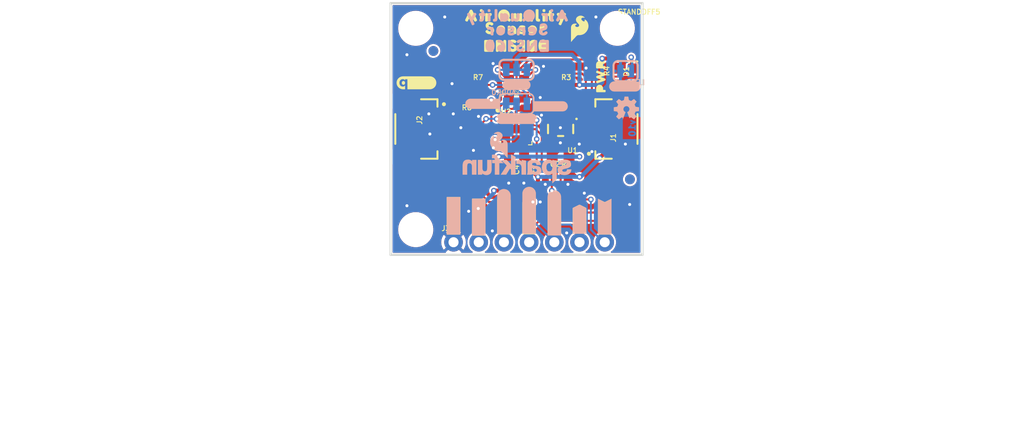
<source format=kicad_pcb>
(kicad_pcb (version 20211014) (generator pcbnew)
  (layers (0 "F.Cu" signal) (31 "B.Cu" signal) (34 "B.Paste" user) (35 "F.Paste" user) (36 "B.SilkS" user "B.Silkscreen") (37 "F.SilkS" user "F.Silkscreen") (38 "B.Mask" user) (39 "F.Mask" user) (44 "Edge.Cuts" user))
  (net 0 "")
  (net 1 "GND")
  (net 2 "3.3V")
  (net 3 "N$5")
  (net 4 "N$6")
  (net 5 "N$2")
  (net 6 "N$3")
  (net 7 "~{INT}")
  (net 8 "1.8V")
  (net 9 "N$1")
  (net 10 "POCI/ADDR")
  (net 11 "SCLK/SCL")
  (net 12 "PICO/SDA")
  (net 13 "~{CS}")
  (net 14 "N$4")
  (net 15 "N$7")
  (footprint "eagleBoard:0603" (layer "F.Cu") (at 149.2631 108.5596 -90)
    (fp_text reference "C3" (at 0 -0.762 90) (layer "F.SilkS") (effects (font (size 0.512064 0.512064) (thickness 0.097536)) (justify right)))
    (fp_text value "0.1uF")
    (pad "1" smd roundrect (at -0.85 0 270) (size 1.1 1) (layers "F.Cu" "F.Paste" "F.Mask") (roundrect_rratio 0.0508) (net 2 "3.3V"))
    (pad "2" smd roundrect (at 0.85 0 270) (size 1.1 1) (layers "F.Cu" "F.Paste" "F.Mask") (roundrect_rratio 0.0508) (net 1 "GND"))
  )
  (footprint "eagleBoard:AIR_QUALITY441014" (layer "F.Cu") (at 148.5011 93.5736)
    (fp_text reference "U$17" hide)
    (fp_text value "" hide)
  )
  (footprint "eagleBoard:#SDA#5" (layer "F.Cu") (at 147.2311 113.7666 90)
    (fp_text reference "U$3" hide)
    (fp_text value "" hide)
  )
  (footprint "eagleBoard:SENSOR441015" (layer "F.Cu") (at 148.5011 94.8436)
    (fp_text reference "U$19" hide)
    (fp_text value "" hide)
  )
  (footprint "eagleBoard:JST04_1MM_RA" (layer "F.Cu") (at 140.8811 105.0036 -90)
    (fp_text reference "J2" (at -1.397 2.159 90) (layer "F.SilkS") (effects (font (size 0.512064 0.512064) (thickness 0.097536)) (justify right)))
    (fp_text value "QWIIC_RIGHT_ANGLE")
    (pad "1" smd roundrect (at -1.5 0 270) (size 0.6 1.35) (layers "F.Cu" "F.Paste" "F.Mask") (roundrect_rratio 0.08466666667) (net 1 "GND"))
    (pad "2" smd roundrect (at -0.5 0 270) (size 0.6 1.35) (layers "F.Cu" "F.Paste" "F.Mask") (roundrect_rratio 0.08466666667) (net 2 "3.3V"))
    (pad "3" smd roundrect (at 0.5 0 270) (size 0.6 1.35) (layers "F.Cu" "F.Paste" "F.Mask") (roundrect_rratio 0.08466666667) (net 12 "PICO/SDA"))
    (pad "4" smd roundrect (at 1.5 0 270) (size 0.6 1.35) (layers "F.Cu" "F.Paste" "F.Mask") (roundrect_rratio 0.08466666667) (net 11 "SCLK/SCL"))
    (pad "NC1" smd roundrect (at 2.8 3.675 270) (size 1.2 2) (layers "F.Cu" "F.Paste" "F.Mask") (roundrect_rratio 0.04233333333))
    (pad "NC2" smd roundrect (at -2.8 3.675 270) (size 1.2 2) (layers "F.Cu" "F.Paste" "F.Mask") (roundrect_rratio 0.04233333333))
  )
  (footprint "eagleBoard:FIDUCIAL-1X2" (layer "F.Cu") (at 159.9311 110.0836)
    (fp_text reference "FD4" hide)
    (fp_text value "FIDUCIAL1X2" hide)
    (pad "1" smd roundrect (at 0 0) (size 1 1) (layers "F.Cu" "F.Mask") (roundrect_rratio 0.5))
  )
  (footprint "eagleBoard:0603" (layer "F.Cu") (at 152.9461 102.0826 180)
    (fp_text reference "C1" (at 0 -0.762) (layer "F.SilkS") (effects (font (size 0.512064 0.512064) (thickness 0.097536)) (justify right)))
    (fp_text value "1.0uF")
    (pad "1" smd roundrect (at -0.85 0 180) (size 1.1 1) (layers "F.Cu" "F.Paste" "F.Mask") (roundrect_rratio 0.0508) (net 2 "3.3V"))
    (pad "2" smd roundrect (at 0.85 0 180) (size 1.1 1) (layers "F.Cu" "F.Paste" "F.Mask") (roundrect_rratio 0.0508) (net 1 "GND"))
  )
  (footprint "eagleBoard:#3V3#4" (layer "F.Cu") (at 144.6911 113.8936 90)
    (fp_text reference "U$2" hide)
    (fp_text value "" hide)
  )
  (footprint "eagleBoard:#ADR#441018" (layer "F.Cu") (at 152.3111 113.7666 90)
    (fp_text reference "U$8" hide)
    (fp_text value "" hide)
  )
  (footprint "eagleBoard:0603" (layer "F.Cu") (at 147.7391 100.9396 90)
    (fp_text reference "R1" (at -0.889 -0.762 90) (layer "F.SilkS") (effects (font (size 0.367386 0.367386) (thickness 0.039014)) (justify left)))
    (fp_text value "2.2k")
    (pad "1" smd roundrect (at -0.85 0 90) (size 1.1 1) (layers "F.Cu" "F.Paste" "F.Mask") (roundrect_rratio 0.0508) (net 11 "SCLK/SCL"))
    (pad "2" smd roundrect (at 0.85 0 90) (size 1.1 1) (layers "F.Cu" "F.Paste" "F.Mask") (roundrect_rratio 0.0508) (net 3 "N$5"))
  )
  (footprint "eagleBoard:0603" (layer "F.Cu") (at 144.0561 102.0826 180)
    (fp_text reference "R8" (at 0 -0.762) (layer "F.SilkS") (effects (font (size 0.512064 0.512064) (thickness 0.097536)) (justify right)))
    (fp_text value "10k")
    (pad "1" smd roundrect (at -0.85 0 180) (size 1.1 1) (layers "F.Cu" "F.Paste" "F.Mask") (roundrect_rratio 0.0508) (net 14 "N$4"))
    (pad "2" smd roundrect (at 0.85 0 180) (size 1.1 1) (layers "F.Cu" "F.Paste" "F.Mask") (roundrect_rratio 0.0508) (net 2 "3.3V"))
  )
  (footprint "eagleBoard:0603" (layer "F.Cu") (at 149.2631 100.9396 90)
    (fp_text reference "R2" (at -0.889 -0.762 90) (layer "F.SilkS") (effects (font (size 0.367386 0.367386) (thickness 0.039014)) (justify left)))
    (fp_text value "2.2k")
    (pad "1" smd roundrect (at -0.85 0 90) (size 1.1 1) (layers "F.Cu" "F.Paste" "F.Mask") (roundrect_rratio 0.0508) (net 12 "PICO/SDA"))
    (pad "2" smd roundrect (at 0.85 0 90) (size 1.1 1) (layers "F.Cu" "F.Paste" "F.Mask") (roundrect_rratio 0.0508) (net 4 "N$6"))
  )
  (footprint "eagleBoard:PWR9" (layer "F.Cu") (at 157.0101 99.6696 90)
    (fp_text reference "U$21" hide)
    (fp_text value "" hide)
  )
  (footprint "eagleBoard:JST04_1MM_RA" (layer "F.Cu") (at 156.0957 105.0036 90)
    (fp_text reference "J1" (at -1.397 2.159 90) (layer "F.SilkS") (effects (font (size 0.512064 0.512064) (thickness 0.097536)) (justify left)))
    (fp_text value "QWIIC_RIGHT_ANGLE")
    (pad "1" smd roundrect (at -1.5 0 90) (size 0.6 1.35) (layers "F.Cu" "F.Paste" "F.Mask") (roundrect_rratio 0.08466666667) (net 1 "GND"))
    (pad "2" smd roundrect (at -0.5 0 90) (size 0.6 1.35) (layers "F.Cu" "F.Paste" "F.Mask") (roundrect_rratio 0.08466666667) (net 2 "3.3V"))
    (pad "3" smd roundrect (at 0.5 0 90) (size 0.6 1.35) (layers "F.Cu" "F.Paste" "F.Mask") (roundrect_rratio 0.08466666667) (net 12 "PICO/SDA"))
    (pad "4" smd roundrect (at 1.5 0 90) (size 0.6 1.35) (layers "F.Cu" "F.Paste" "F.Mask") (roundrect_rratio 0.08466666667) (net 11 "SCLK/SCL"))
    (pad "NC1" smd roundrect (at 2.8 3.675 90) (size 1.2 2) (layers "F.Cu" "F.Paste" "F.Mask") (roundrect_rratio 0.04233333333))
    (pad "NC2" smd roundrect (at -2.8 3.675 90) (size 1.2 2) (layers "F.Cu" "F.Paste" "F.Mask") (roundrect_rratio 0.04233333333))
  )
  (footprint "eagleBoard:##INT##6" (layer "F.Cu") (at 157.3911 114.0206 90)
    (fp_text reference "U$18" hide)
    (fp_text value "" hide)
  )
  (footprint "eagleBoard:STAND-OFF-TIGHT" (layer "F.Cu") (at 158.6611 94.8436)
    (fp_text reference "STANDOFF5" (at 0 -1.651) (layer "F.SilkS") (effects (font (size 0.512064 0.512064) (thickness 0.097536)) (justify left)))
    (fp_text value "STAND-OFFTIGHT")
    (pad "" np_thru_hole circle (at 0 0) (size 3.048 3.048) (drill 3.048) (layers *.Cu *.Mask))
  )
  (footprint "eagleBoard:SFE_LOGO_FLAME_.1" (layer "F.Cu") (at 154.8511 94.8436)
    (fp_text reference "U$20" hide)
    (fp_text value "" hide)
  )
  (footprint "eagleBoard:0603" (layer "F.Cu") (at 144.0561 100.5586)
    (fp_text reference "R7" (at 0 -0.762) (layer "F.SilkS") (effects (font (size 0.512064 0.512064) (thickness 0.097536)) (justify left)))
    (fp_text value "10k")
    (pad "1" smd roundrect (at -0.85 0) (size 1.1 1) (layers "F.Cu" "F.Paste" "F.Mask") (roundrect_rratio 0.0508) (net 1 "GND"))
    (pad "2" smd roundrect (at 0.85 0) (size 1.1 1) (layers "F.Cu" "F.Paste" "F.Mask") (roundrect_rratio 0.0508) (net 15 "N$7"))
  )
  (footprint "eagleBoard:CREATIVE_COMMONS" (layer "F.Cu") (at 116.7511 134.2136)
    (fp_text reference "FRAME1" hide)
    (fp_text value "FRAME-LETTER" hide)
  )
  (footprint "eagleBoard:1X07_NO_SILK" (layer "F.Cu") (at 142.1511 116.4336)
    (fp_text reference "J3" (at -1.27 -1.397) (layer "F.SilkS") (effects (font (size 0.512064 0.512064) (thickness 0.097536)) (justify left)))
    (fp_text value "")
    (pad "1" thru_hole circle (at 0 0 90) (size 1.8796 1.8796) (drill 1.016) (layers *.Cu *.Mask) (net 1 "GND"))
    (pad "2" thru_hole circle (at 2.54 0 90) (size 1.8796 1.8796) (drill 1.016) (layers *.Cu *.Mask) (net 2 "3.3V"))
    (pad "3" thru_hole circle (at 5.08 0 90) (size 1.8796 1.8796) (drill 1.016) (layers *.Cu *.Mask) (net 12 "PICO/SDA"))
    (pad "4" thru_hole circle (at 7.62 0 90) (size 1.8796 1.8796) (drill 1.016) (layers *.Cu *.Mask) (net 11 "SCLK/SCL"))
    (pad "5" thru_hole circle (at 10.16 0 90) (size 1.8796 1.8796) (drill 1.016) (layers *.Cu *.Mask) (net 10 "POCI/ADDR"))
    (pad "6" thru_hole circle (at 12.7 0 90) (size 1.8796 1.8796) (drill 1.016) (layers *.Cu *.Mask) (net 13 "~{CS}"))
    (pad "7" thru_hole circle (at 15.24 0 90) (size 1.8796 1.8796) (drill 1.016) (layers *.Cu *.Mask) (net 7 "~{INT}"))
  )
  (footprint "eagleBoard:SOT23-5" (layer "F.Cu") (at 152.9461 105.0036 180)
    (fp_text reference "U1" (at -1.778 -2.159) (layer "F.SilkS") (effects (font (size 0.512064 0.512064) (thickness 0.097536)) (justify right)))
    (fp_text value "AP2127K-1.8V")
    (pad "1" smd roundrect (at -0.95 1.3001 180) (size 0.55 1.2) (layers "F.Cu" "F.Paste" "F.Mask") (roundrect_rratio 0.09236363636) (net 2 "3.3V"))
    (pad "2" smd roundrect (at 0 1.3001 180) (size 0.55 1.2) (layers "F.Cu" "F.Paste" "F.Mask") (roundrect_rratio 0.09236363636) (net 1 "GND"))
    (pad "3" smd roundrect (at 0.95 1.3001 180) (size 0.55 1.2) (layers "F.Cu" "F.Paste" "F.Mask") (roundrect_rratio 0.09236363636) (net 9 "N$1"))
    (pad "4" smd roundrect (at 0.95 -1.3001 180) (size 0.55 1.2) (layers "F.Cu" "F.Paste" "F.Mask") (roundrect_rratio 0.09236363636))
    (pad "5" smd roundrect (at -0.95 -1.3001 180) (size 0.55 1.2) (layers "F.Cu" "F.Paste" "F.Mask") (roundrect_rratio 0.09236363636) (net 8 "1.8V"))
  )
  (footprint "eagleBoard:#GND#3" (layer "F.Cu") (at 142.1511 113.7666 90)
    (fp_text reference "U$1" hide)
    (fp_text value "" hide)
  )
  (footprint "eagleBoard:0603" (layer "F.Cu") (at 158.3563 99.7204 90)
    (fp_text reference "R4" (at 0 -0.762 90) (layer "F.SilkS") (effects (font (size 0.512064 0.512064) (thickness 0.097536)) (justify left)))
    (fp_text value "1k")
    (pad "1" smd roundrect (at -0.85 0 90) (size 1.1 1) (layers "F.Cu" "F.Paste" "F.Mask") (roundrect_rratio 0.0508) (net 5 "N$2"))
    (pad "2" smd roundrect (at 0.85 0 90) (size 1.1 1) (layers "F.Cu" "F.Paste" "F.Mask") (roundrect_rratio 0.0508) (net 2 "3.3V"))
  )
  (footprint "eagleBoard:LGA-9" (layer "F.Cu") (at 148.5011 105.0036)
    (fp_text reference "U2" (at -1.6256 -1.7272) (layer "F.SilkS") (effects (font (size 0.512064 0.512064) (thickness 0.097536)) (justify left)))
    (fp_text value "ENS-160")
    (pad "P1" smd roundrect (at -1.085 -1.03) (size 0.9 0.85) (layers "F.Cu") (roundrect_rratio 0.05976470588) (net 12 "PICO/SDA"))
    (pad "P2" smd roundrect (at -1.085 0.02) (size 0.9 0.85) (layers "F.Cu") (roundrect_rratio 0.05976470588) (net 11 "SCLK/SCL"))
    (pad "P3" smd roundrect (at -1.085 1.07) (size 0.9 0.85) (layers "F.Cu") (roundrect_rratio 0.05976470588) (net 10 "POCI/ADDR"))
    (pad "P4" smd roundrect (at -0.035 1.07) (size 0.9 0.85) (layers "F.Cu") (roundrect_rratio 0.05976470588) (net 8 "1.8V"))
    (pad "P5" smd roundrect (at 1.015 1.07) (size 0.9 0.85) (layers "F.Cu") (roundrect_rratio 0.05976470588) (net 2 "3.3V"))
    (pad "P6" smd roundrect (at 1.015 0.02) (size 0.9 0.85) (layers "F.Cu") (roundrect_rratio 0.05976470588) (net 7 "~{INT}"))
    (pad "P7" smd roundrect (at 1.015 -1.03) (size 0.9 0.85) (layers "F.Cu") (roundrect_rratio 0.05976470588) (net 13 "~{CS}"))
    (pad "P8" smd roundrect (at -0.035 -1.03) (size 0.9 0.85) (layers "F.Cu") (roundrect_rratio 0.05976470588) (net 1 "GND"))
    (pad "P9" smd roundrect (at -0.035 0.02) (size 0.9 0.85) (layers "F.Cu") (roundrect_rratio 0.05976470588) (net 1 "GND"))
  )
  (footprint "eagleBoard:ENS16016" (layer "F.Cu") (at 148.5011 96.6216)
    (fp_text reference "U$28" hide)
    (fp_text value "" hide)
  )
  (footprint "eagleBoard:QWIIC_4MM" (layer "F.Cu") (at 138.4173 100.3554)
    (fp_text reference "LOGO4" hide)
    (fp_text value "QWIIC_LOGO_4MM" hide)
  )
  (footprint "eagleBoard:STAND-OFF-TIGHT" (layer "F.Cu") (at 138.3411 94.8436)
    (fp_text reference "STANDOFF1" hide)
    (fp_text value "STAND-OFFTIGHT" hide)
    (pad "" np_thru_hole circle (at 0 0) (size 3.048 3.048) (drill 3.048) (layers *.Cu *.Mask))
  )
  (footprint "eagleBoard:0603" (layer "F.Cu") (at 152.9461 109.3216)
    (fp_text reference "R6" (at 0 -0.762) (layer "F.SilkS") (effects (font (size 0.512064 0.512064) (thickness 0.097536)) (justify left)))
    (fp_text value "10k")
    (pad "1" smd roundrect (at -0.85 0) (size 1.1 1) (layers "F.Cu" "F.Paste" "F.Mask") (roundrect_rratio 0.0508) (net 13 "~{CS}"))
    (pad "2" smd roundrect (at 0.85 0) (size 1.1 1) (layers "F.Cu" "F.Paste" "F.Mask") (roundrect_rratio 0.0508) (net 2 "3.3V"))
  )
  (footprint "eagleBoard:#SCL#4" (layer "F.Cu") (at 149.7711 113.8936 90)
    (fp_text reference "U$4" hide)
    (fp_text value "" hide)
  )
  (footprint "eagleBoard:LED-0603" (layer "F.Cu") (at 160.2105 99.7712 90)
    (fp_text reference "D1" (at 0 -0.635 90) (layer "F.SilkS") (effects (font (size 0.512064 0.512064) (thickness 0.097536)) (justify left)))
    (fp_text value "RED")
    (pad "A" smd roundrect (at -0.877 0) (size 1 1) (layers "F.Cu" "F.Paste" "F.Mask") (roundrect_rratio 0.15) (net 5 "N$2"))
    (pad "C" smd roundrect (at 0.877 0) (size 1 1) (layers "F.Cu" "F.Paste" "F.Mask") (roundrect_rratio 0.15) (net 6 "N$3"))
  )
  (footprint "eagleBoard:0603" (layer "F.Cu") (at 152.9461 100.5586)
    (fp_text reference "R3" (at 0 -0.762) (layer "F.SilkS") (effects (font (size 0.512064 0.512064) (thickness 0.097536)) (justify left)))
    (fp_text value "10k")
    (pad "1" smd roundrect (at -0.85 0) (size 1.1 1) (layers "F.Cu" "F.Paste" "F.Mask") (roundrect_rratio 0.0508) (net 9 "N$1"))
    (pad "2" smd roundrect (at 0.85 0) (size 1.1 1) (layers "F.Cu" "F.Paste" "F.Mask") (roundrect_rratio 0.0508) (net 2 "3.3V"))
  )
  (footprint "eagleBoard:STAND-OFF-TIGHT" (layer "F.Cu") (at 138.3411 115.1636)
    (fp_text reference "STANDOFF2" hide)
    (fp_text value "STAND-OFFTIGHT" hide)
    (pad "" np_thru_hole circle (at 0 0) (size 3.048 3.048) (drill 3.048) (layers *.Cu *.Mask))
  )
  (footprint "eagleBoard:0603" (layer "F.Cu") (at 147.7391 108.5596 -90)
    (fp_text reference "C4" (at 0 -0.762 90) (layer "F.SilkS") (effects (font (size 0.512064 0.512064) (thickness 0.097536)) (justify right)))
    (fp_text value "10uF")
    (pad "1" smd roundrect (at -0.85 0 270) (size 1.1 1) (layers "F.Cu" "F.Paste" "F.Mask") (roundrect_rratio 0.0508) (net 8 "1.8V"))
    (pad "2" smd roundrect (at 0.85 0 270) (size 1.1 1) (layers "F.Cu" "F.Paste" "F.Mask") (roundrect_rratio 0.0508) (net 1 "GND"))
  )
  (footprint "eagleBoard:##CS##441016" (layer "F.Cu") (at 154.8511 114.2746 90)
    (fp_text reference "U$27" hide)
    (fp_text value "" hide)
  )
  (footprint "eagleBoard:FIDUCIAL-1X2" (layer "F.Cu") (at 140.1191 97.1296)
    (fp_text reference "FD3" hide)
    (fp_text value "FIDUCIAL1X2" hide)
    (pad "1" smd roundrect (at 0 0) (size 1 1) (layers "F.Cu" "F.Mask") (roundrect_rratio 0.5))
  )
  (footprint "eagleBoard:0603" (layer "F.Cu") (at 152.9461 107.7976 180)
    (fp_text reference "C2" (at 0 -0.762) (layer "F.SilkS") (effects (font (size 0.512064 0.512064) (thickness 0.097536)) (justify right)))
    (fp_text value "1.0uF")
    (pad "1" smd roundrect (at -0.85 0 180) (size 1.1 1) (layers "F.Cu" "F.Paste" "F.Mask") (roundrect_rratio 0.0508) (net 8 "1.8V"))
    (pad "2" smd roundrect (at 0.85 0 180) (size 1.1 1) (layers "F.Cu" "F.Paste" "F.Mask") (roundrect_rratio 0.0508) (net 1 "GND"))
  )
  (footprint "eagleBoard:FIDUCIAL-1X2" (layer "B.Cu") (at 159.9311 110.0836 180)
    (fp_text reference "FD2" hide)
    (fp_text value "FIDUCIAL1X2" hide)
    (pad "1" smd roundrect (at 0 0 180) (size 1 1) (layers "B.Cu" "B.Mask") (roundrect_rratio 0.5))
  )
  (footprint "eagleBoard:OSHW-LOGO-MINI" (layer "B.Cu") (at 159.5755 102.99065 180)
    (fp_text reference "LOGO2" hide)
    (fp_text value "OSHW-LOGOMINI" hide)
  )
  (footprint "eagleBoard:AIR_QUALITY441014" (layer "B.Cu") (at 148.5011 93.5736 180)
    (fp_text reference "U$12" hide)
    (fp_text value "" hide)
  )
  (footprint "eagleBoard:#0X52#16019" (layer "B.Cu") (at 151.8031 102.7176 180)
    (fp_text reference "U$15" hide)
    (fp_text value "" hide)
  )
  (footprint "eagleBoard:SMT-JUMPER_3_2-NC_TRACE_SILK" (layer "B.Cu") (at 148.5011 99.0346)
    (fp_text reference "I2C_PU0" (at -1.27 1.27) (layer "B.SilkS") (effects (font (size 0.367386 0.367386) (thickness 0.039014)) (justify right mirror)))
    (fp_text value "S_MODE")
    (fp_poly (pts (xy 0.53975 -0.13335) (xy -0.53975 -0.13335) (xy -0.53975 0.13335) (xy 0.53975 0.13335)) (layer "B.Cu") (width 0) (fill solid))
    (fp_poly (pts (xy 1.23825 -0.13335) (xy 0.50165 -0.13335) (xy 0.50165 0.13335) (xy 1.23825 0.13335)) (layer "B.Cu") (width 0) (fill solid))
    (fp_poly (pts (xy -0.50165 -0.13335) (xy -1.23825 -0.13335) (xy -1.23825 0.13335) (xy -0.50165 0.13335)) (layer "B.Cu") (width 0) (fill solid))
    (pad "1" smd roundrect (at -1.0414 0) (size 0.6604 1.27) (layers "B.Cu" "B.Mask") (roundrect_rratio 0.07692307692) (net 3 "N$5"))
    (pad "2" smd roundrect (at 0 0) (size 0.6604 1.27) (layers "B.Cu" "B.Mask") (roundrect_rratio 0.07692307692) (net 2 "3.3V"))
    (pad "3" smd roundrect (at 1.0414 0) (size 0.6604 1.27) (layers "B.Cu" "B.Mask") (roundrect_rratio 0.07692307692) (net 4 "N$6"))
  )
  (footprint "eagleBoard:#PICO#16021" (layer "B.Cu") (at 147.2311 113.5126 -90)
    (fp_text reference "U$24" hide)
    (fp_text value "" hide)
  )
  (footprint "eagleBoard:#LED#11" (layer "B.Cu") (at 159.4231 100.711 180)
    (fp_text reference "U$16" hide)
    (fp_text value "" hide)
  )
  (footprint "eagleBoard:#POCI#16020" (layer "B.Cu") (at 152.3111 113.6396 -90)
    (fp_text reference "U$23" hide)
    (fp_text value "" hide)
  )
  (footprint "eagleBoard:#0X53#16019" (layer "B.Cu") (at 145.1991 102.4636 180)
    (fp_text reference "U$14" hide)
    (fp_text value "" hide)
  )
  (footprint "eagleBoard:SMT-JUMPER_3_1-NC_TRACE_SILK" (layer "B.Cu") (at 148.5011 102.4636 180)
    (fp_text reference "ADDR0" (at 0 1.143) (layer "B.SilkS") (effects (font (size 0.512064 0.512064) (thickness 0.097536)) (justify left mirror)))
    (fp_text value "JUMPER-SMT_3_1-NC_TRACE_SILK")
    (fp_poly (pts (xy 1.23825 -0.13335) (xy 0.50165 -0.13335) (xy 0.50165 0.13335) (xy 1.23825 0.13335)) (layer "B.Cu") (width 0) (fill solid))
    (fp_poly (pts (xy 0.53975 -0.13335) (xy -0.19685 -0.13335) (xy -0.19685 0.13335) (xy 0.53975 0.13335)) (layer "B.Cu") (width 0) (fill solid))
    (pad "1" smd roundrect (at -1.0414 0 180) (size 0.6604 1.27) (layers "B.Cu" "B.Mask") (roundrect_rratio 0.07692307692) (net 15 "N$7"))
    (pad "2" smd roundrect (at 0 0 180) (size 0.6604 1.27) (layers "B.Cu" "B.Mask") (roundrect_rratio 0.07692307692) (net 10 "POCI/ADDR"))
    (pad "3" smd roundrect (at 1.0414 0 180) (size 0.6604 1.27) (layers "B.Cu" "B.Mask") (roundrect_rratio 0.07692307692) (net 14 "N$4"))
  )
  (footprint "eagleBoard:#3V3#4" (layer "B.Cu") (at 144.6911 113.8936 -90)
    (fp_text reference "U$10" hide)
    (fp_text value "" hide)
  )
  (footprint "eagleBoard:SMT-JUMPER_2_NC_TRACE_SILK" (layer "B.Cu") (at 159.4993 99.1616)
    (fp_text reference "LED0" (at 0 1.143) (layer "B.SilkS") (effects (font (size 0.512064 0.512064) (thickness 0.097536)) (justify right mirror)))
    (fp_text value "JUMPER-SMT_2_NC_TRACE_SILK")
    (fp_poly (pts (xy 0.03175 -0.13335) (xy -0.70485 -0.13335) (xy -0.70485 0.13335) (xy 0.03175 0.13335)) (layer "B.Cu") (width 0) (fill solid))
    (fp_poly (pts (xy 0.70485 -0.13335) (xy -0.03175 -0.13335) (xy -0.03175 0.13335) (xy 0.70485 0.13335)) (layer "B.Cu") (width 0) (fill solid))
    (pad "1" smd roundrect (at -0.5207 0) (size 0.6604 1.27) (layers "B.Cu" "B.Mask") (roundrect_rratio 0.07692307692) (net 1 "GND"))
    (pad "2" smd roundrect (at 0.5207 0) (size 0.6604 1.27) (layers "B.Cu" "B.Mask") (roundrect_rratio 0.07692307692) (net 6 "N$3"))
  )
  (footprint "eagleBoard:#SCLK#16021" (layer "B.Cu") (at 149.7711 113.3856 -90)
    (fp_text reference "U$7" hide)
    (fp_text value "" hide)
  )
  (footprint "eagleBoard:##CS##16019" (layer "B.Cu") (at 154.8511 114.2746 -90)
    (fp_text reference "U$22" hide)
    (fp_text value "" hide)
  )
  (footprint "eagleBoard:SFE_LOGO_NAME_FLAME_.1" (layer "B.Cu") (at 148.459825 108.994575 180)
    (fp_text reference "LOGO3" hide)
    (fp_text value "SFE_LOGO_NAME_FLAME.1_INCH" hide)
  )
  (footprint "eagleBoard:#GND#3" (layer "B.Cu") (at 142.1511 113.7666 -90)
    (fp_text reference "U$9" hide)
    (fp_text value "" hide)
  )
  (footprint "eagleBoard:ENS16016" (layer "B.Cu") (at 148.5011 96.6216 180)
    (fp_text reference "U$5" hide)
    (fp_text value "" hide)
  )
  (footprint "eagleBoard:FIDUCIAL-1X2" (layer "B.Cu") (at 140.1191 97.1296 180)
    (fp_text reference "FD1" hide)
    (fp_text value "FIDUCIAL1X2" hide)
    (pad "1" smd roundrect (at 0 0 180) (size 1 1) (layers "B.Cu" "B.Mask") (roundrect_rratio 0.5))
  )
  (footprint "eagleBoard:#I2C#11" (layer "B.Cu") (at 148.5011 100.5586 180)
    (fp_text reference "U$25" hide)
    (fp_text value "" hide)
  )
  (footprint "eagleBoard:SENSOR441015" (layer "B.Cu") (at 148.5011 94.9706 180)
    (fp_text reference "U$13" hide)
    (fp_text value "" hide)
  )
  (footprint "eagleBoard:##INT##9" (layer "B.Cu") (at 157.3911 114.0206 -90)
    (fp_text reference "U$11" hide)
    (fp_text value "" hide)
  )
  (footprint "eagleBoard:#ADDR#6" (layer "B.Cu") (at 148.5011 103.9876 180)
    (fp_text reference "U$6" hide)
    (fp_text value "" hide)
  )
  (gr_line (start 161.2011 117.7036) (end 161.2011 92.3036) (layer "Edge.Cuts") (width 0.2032))
  (gr_line (start 161.2011 92.3036) (end 135.8011 92.3036) (layer "Edge.Cuts") (width 0.2032))
  (gr_line (start 135.8011 117.7036) (end 161.2011 117.7036) (layer "Edge.Cuts") (width 0.2032))
  (gr_line (start 135.8011 92.3036) (end 135.8011 117.7036) (layer "Edge.Cuts") (width 0.2032))
  (gr_text "v10" (at 160.556575 103.978075 -270) (layer "B.Cu") (effects (font (size 0.633984 0.633984) (thickness 0.178816)) (justify left bottom mirror)))
  (segment (start 152.0961 107.7976) (end 152.9207 106.973) (width 0.4064) (layer "F.Cu") (net 1))
  (segment (start 148.4661 103.9736) (end 148.4661 105.0236) (width 0.4064) (layer "F.Cu") (net 1))
  (segment (start 152.9207 106.973) (end 152.9207 106.4006) (width 0.4064) (layer "F.Cu") (net 1))
  (via (at 146.1643 106.9086) (size 0.5588) (drill 0.3048) (layers "F.Cu" "B.Cu") (net 1))
  (via (at 153.6827 110.5916) (size 0.5588) (drill 0.3048) (layers "F.Cu" "B.Cu") (net 1))
  (via (at 156.5021 93.7006) (size 0.5588) (drill 0.3048) (layers "F.Cu" "B.Cu") (net 1))
  (via (at 143.6751 113.3094) (size 0.5588) (drill 0.3048) (layers "F.Cu" "B.Cu") (net 1))
  (via (at 146.0627 115.2906) (size 0.5588) (drill 0.3048) (layers "F.Cu" "B.Cu") (net 1))
  (via (at 141.9987 100.4316) (size 0.5588) (drill 0.3048) (layers "F.Cu" "B.Cu") (net 1))
  (via (at 159.9057 112.6236) (size 0.5588) (drill 0.3048) (layers "F.Cu" "B.Cu") (net 1))
  (via (at 146.1389 98.3996) (size 0.5588) (drill 0.3048) (layers "F.Cu" "B.Cu") (net 1))
  (via (at 137.4521 112.7506) (size 0.5588) (drill 0.3048) (layers "F.Cu" "B.Cu") (net 1))
  (via (at 147.7137 110.4646) (size 0.5588) (drill 0.3048) (layers "F.Cu" "B.Cu") (net 1))
  (via (at 154.8257 106.5276) (size 0.5588) (drill 0.3048) (layers "F.Cu" "B.Cu") (net 1))
  (via (at 151.2189 98.679) (size 0.5588) (drill 0.3048) (layers "F.Cu" "B.Cu") (net 1))
  (via (at 152.9207 106.4006) (size 0.5588) (drill 0.3048) (layers "F.Cu" "B.Cu") (net 1))
  (via (at 137.4521 97.5106) (size 0.5588) (drill 0.3048) (layers "F.Cu" "B.Cu") (net 1))
  (via (at 146.5707 101.1936) (size 0.5588) (drill 0.3048) (layers "F.Cu" "B.Cu") (net 1))
  (via (at 149.2377 110.4646) (size 0.5588) (drill 0.3048) (layers "F.Cu" "B.Cu") (net 1))
  (via (at 155.5115 98.8568) (size 0.5588) (drill 0.3048) (layers "F.Cu" "B.Cu") (net 1))
  (via (at 151.0157 103.6066) (size 0.5588) (drill 0.3048) (layers "F.Cu" "B.Cu") (net 1))
  (via (at 155.3337 111.4806) (size 0.5588) (drill 0.3048) (layers "F.Cu" "B.Cu") (net 1))
  (via (at 152.9207 104.8766) (size 0.5588) (drill 0.3048) (layers "F.Cu" "B.Cu") (net 1))
  (via (at 151.3967 110.5916) (size 0.5588) (drill 0.3048) (layers "F.Cu" "B.Cu") (net 1))
  (via (at 150.8887 112.3696) (size 0.5588) (drill 0.3048) (layers "F.Cu" "B.Cu") (net 1))
  (via (at 141.2621 93.7006) (size 0.5588) (drill 0.3048) (layers "F.Cu" "B.Cu") (net 1))
  (via (at 153.5557 115.4938) (size 0.5588) (drill 0.3048) (layers "F.Cu" "B.Cu") (net 1))
  (via (at 159.4739 106.5276) (size 0.5588) (drill 0.3048) (layers "F.Cu" "B.Cu") (net 1))
  (via (at 156.0957 107.2896) (size 0.5588) (drill 0.3048) (layers "F.Cu" "B.Cu") (net 1))
  (via (at 139.6619 103.4796) (size 0.5588) (drill 0.3048) (layers "F.Cu" "B.Cu") (net 1))
  (via (at 142.1257 103.4796) (size 0.5588) (drill 0.3048) (layers "F.Cu" "B.Cu") (net 1))
  (via (at 139.7635 105.5116) (size 0.5588) (drill 0.3048) (layers "F.Cu" "B.Cu") (net 1))
  (via (at 144.6657 103.7336) (size 0.5588) (drill 0.3048) (layers "F.Cu" "B.Cu") (net 1))
  (via (at 144.1577 107.1626) (size 0.5588) (drill 0.3048) (layers "F.Cu" "B.Cu") (net 1))
  (via (at 150.8887 101.8286) (size 0.5588) (drill 0.3048) (layers "F.Cu" "B.Cu") (net 1))
  (via (at 142.8877 104.8766) (size 0.5588) (drill 0.3048) (layers "F.Cu" "B.Cu") (net 1))
  (segment (start 139.6031 104.5036) (end 140.8811 104.5036) (width 0.4064) (layer "F.Cu") (net 2))
  (segment (start 142.1431 104.5036) (end 143.2941 103.3526) (width 0.4064) (layer "F.Cu") (net 2))
  (segment (start 156.0957 105.5036) (end 155.4781 105.5036) (width 0.4064) (layer "F.Cu") (net 2))
  (segment (start 144.6911 116.4336) (end 144.6403 116.3828) (width 0.4064) (layer "F.Cu") (net 2))
  (segment (start 149.2631 107.7096) (end 149.334075 107.7096) (width 0.4064) (layer "F.Cu") (net 2))
  (segment (start 153.8961 102.1826) (end 153.7961 102.0826) (width 0.4064) (layer "F.Cu") (net 2))
  (segment (start 149.8981 111.2266) (end 150.6601 110.4646) (width 0.4064) (layer "F.Cu") (net 2))
  (segment (start 149.2631 106.9086) (end 149.2631 107.7096) (width 0.4064) (layer "F.Cu") (net 2))
  (segment (start 157.2641 107.5436) (end 156.8831 107.9246) (width 0.4064) (layer "F.Cu") (net 2))
  (segment (start 155.4781 105.5036) (end 153.8961 103.9216) (width 0.4064) (layer "F.Cu") (net 2))
  (segment (start 156.0957 105.5036) (end 157.0021 105.5036) (width 0.4064) (layer "F.Cu") (net 2))
  (segment (start 153.8961 103.9216) (end 153.8961 103.7035) (width 0.4064) (layer "F.Cu") (net 2))
  (segment (start 158.3563 98.1084) (end 158.3563 98.8704) (width 0.4064) (layer "F.Cu") (net 2))
  (segment (start 139.1031 107.4928) (end 139.1031 105.0036) (width 0.4064) (layer "F.Cu") (net 2))
  (segment (start 154.4701 109.8296) (end 153.9621 109.3216) (width 0.4064) (layer "F.Cu") (net 2))
  (segment (start 157.0021 105.5036) (end 157.2641 105.7656) (width 0.4064) (layer "F.Cu") (net 2))
  (segment (start 158.3563 98.1084) (end 158.1395 97.8916) (width 0.4064) (layer "F.Cu") (net 2))
  (segment (start 157.2641 105.7656) (end 157.2641 107.5436) (width 0.4064) (layer "F.Cu") (net 2))
  (segment (start 153.7961 102.0826) (end 153.7961 100.5586) (width 0.4064) (layer "F.Cu") (net 2))
  (segment (start 149.5161 106.0736) (end 149.5161 106.6556) (width 0.4064) (layer "F.Cu") (net 2))
  (segment (start 150.6601 110.4646) (end 150.6601 109.8296) (width 0.4064) (layer "F.Cu") (net 2))
  (segment (start 154.8511 100.5586) (end 153.7961 100.5586) (width 0.4064) (layer "F.Cu") (net 2))
  (segment (start 154.4701 109.8296) (end 154.8511 109.8296) (width 0.4064) (layer "F.Cu") (net 2))
  (segment (start 144.6403 113.03) (end 144.6403 116.3828) (width 0.4064) (layer "F.Cu") (net 2))
  (segment (start 150.6601 109.8296) (end 150.0933 109.2628) (width 0.4064) (layer "F.Cu") (net 2))
  (segment (start 143.2941 102.1706) (end 143.2061 102.0826) (width 0.4064) (layer "F.Cu") (net 2))
  (segment (start 143.2941 103.3526) (end 143.2941 102.1706) (width 0.4064) (layer "F.Cu") (net 2))
  (segment (start 153.8961 103.7035) (end 153.8961 102.1826) (width 0.4064) (layer "F.Cu") (net 2))
  (segment (start 140.8811 104.5036) (end 142.1431 104.5036) (width 0.4064) (layer "F.Cu") (net 2))
  (segment (start 153.7961 109.3216) (end 153.9621 109.3216) (width 0.4064) (layer "F.Cu") (net 2))
  (segment (start 150.0933 109.2628) (end 150.0933 108.468825) (width 0.4064) (layer "F.Cu") (net 2))
  (segment (start 150.0933 108.468825) (end 149.334075 107.7096) (width 0.4064) (layer "F.Cu") (net 2))
  (segment (start 157.1371 97.8916) (end 158.1395 97.8916) (width 0.4064) (layer "F.Cu") (net 2))
  (segment (start 149.8981 111.2266) (end 146.2151 111.2266) (width 0.4064) (layer "F.Cu") (net 2))
  (segment (start 149.5161 106.6556) (end 149.2631 106.9086) (width 0.4064) (layer "F.Cu") (net 2))
  (segment (start 144.6403 113.03) (end 139.1031 107.4928) (width 0.4064) (layer "F.Cu") (net 2))
  (segment (start 139.1031 105.0036) (end 139.6031 104.5036) (width 0.4064) (layer "F.Cu") (net 2))
  (via (at 157.1371 97.8916) (size 0.5588) (drill 0.3048) (layers "F.Cu" "B.Cu") (net 2))
  (via (at 154.8511 109.8296) (size 0.5588) (drill 0.3048) (layers "F.Cu" "B.Cu") (net 2))
  (via (at 156.8831 107.9246) (size 0.5588) (drill 0.3048) (layers "F.Cu" "B.Cu") (net 2))
  (via (at 150.6601 109.8296) (size 0.5588) (drill 0.3048) (layers "F.Cu" "B.Cu") (net 2))
  (via (at 154.8511 100.5586) (size 0.5588) (drill 0.3048) (layers "F.Cu" "B.Cu") (net 2))
  (via (at 144.6403 113.03) (size 0.5588) (drill 0.3048) (layers "F.Cu" "B.Cu") (net 2))
  (via (at 146.2151 111.2266) (size 0.5588) (drill 0.3048) (layers "F.Cu" "B.Cu") (net 2))
  (segment (start 148.8821 97.5106) (end 154.0891 97.5106) (width 0.4064) (layer "B.Cu") (net 2))
  (segment (start 154.9781 109.8296) (end 154.8511 109.8296) (width 0.4064) (layer "B.Cu") (net 2))
  (segment (start 154.8511 109.8296) (end 150.6601 109.8296) (width 0.4064) (layer "B.Cu") (net 2))
  (segment (start 156.8831 100.5586) (end 157.1371 100.3046) (width 0.4064) (layer "B.Cu") (net 2))
  (segment (start 154.0891 97.5106) (end 154.8511 98.2726) (width 0.4064) (layer "B.Cu") (net 2))
  (segment (start 146.2151 111.2266) (end 146.2151 111.4552) (width 0.4064) (layer "B.Cu") (net 2))
  (segment (start 154.8511 98.2726) (end 154.8511 100.5586) (width 0.4064) (layer "B.Cu") (net 2))
  (segment (start 148.5011 97.8916) (end 148.8821 97.5106) (width 0.4064) (layer "B.Cu") (net 2))
  (segment (start 146.2151 111.4552) (end 144.6403 113.03) (width 0.4064) (layer "B.Cu") (net 2))
  (segment (start 148.5011 99.0346) (end 148.5011 97.8916) (width 0.4064) (layer "B.Cu") (net 2))
  (segment (start 156.8831 107.9246) (end 154.9781 109.8296) (width 0.4064) (layer "B.Cu") (net 2))
  (segment (start 154.8511 100.5586) (end 156.8831 100.5586) (width 0.4064) (layer "B.Cu") (net 2))
  (segment (start 157.1371 100.3046) (end 157.1371 97.8916) (width 0.4064) (layer "B.Cu") (net 2))
  (segment (start 147.6511 100.0896) (end 146.5961 99.0346) (width 0.2032) (layer "F.Cu") (net 3))
  (segment (start 147.7391 100.0896) (end 147.6511 100.0896) (width 0.2032) (layer "F.Cu") (net 3))
  (via (at 146.5961 99.0346) (size 0.5588) (drill 0.3048) (layers "F.Cu" "B.Cu") (net 3))
  (segment (start 146.5961 99.0346) (end 147.4597 99.0346) (width 0.2032) (layer "B.Cu") (net 3))
  (segment (start 149.2631 100.0896) (end 150.3181 99.0346) (width 0.2032) (layer "F.Cu") (net 4))
  (segment (start 150.3181 99.0346) (end 150.4061 99.0346) (width 0.2032) (layer "F.Cu") (net 4))
  (via (at 150.4061 99.0346) (size 0.5588) (drill 0.3048) (layers "F.Cu" "B.Cu") (net 4))
  (segment (start 150.4061 99.0346) (end 149.5425 99.0346) (width 0.2032) (layer "B.Cu") (net 4))
  (segment (start 158.3563 100.5704) (end 160.1327 100.5704) (width 0.2032) (layer "F.Cu") (net 5))
  (segment (start 160.1327 100.5704) (end 160.2105 100.6482) (width 0.254) (layer "F.Cu") (net 5))
  (segment (start 160.0581 98.7418) (end 160.0581 97.7646) (width 0.254) (layer "F.Cu") (net 6))
  (segment (start 160.2105 98.8942) (end 160.0581 98.7418) (width 0.254) (layer "F.Cu") (net 6))
  (via (at 160.0581 97.7646) (size 0.5588) (drill 0.3048) (layers "F.Cu" "B.Cu") (net 6))
  (segment (start 160.0581 97.7646) (end 160.147 97.8535) (width 0.254) (layer "B.Cu") (net 6))
  (segment (start 160.147 97.8535) (end 160.147 99.0346) (width 0.254) (layer "B.Cu") (net 6))
  (segment (start 160.147 99.0346) (end 160.02 99.1616) (width 0.254) (layer "B.Cu") (net 6))
  (segment (start 151.0411 105.6386) (end 151.0411 108.3056) (width 0.2032) (layer "F.Cu") (net 7))
  (segment (start 151.2951 108.5596) (end 152.707387 108.5596) (width 0.2032) (layer "F.Cu") (net 7))
  (segment (start 153.7081 112.1156) (end 155.9941 112.1156) (width 0.2032) (layer "F.Cu") (net 7))
  (segment (start 149.5161 105.0236) (end 150.4261 105.0236) (width 0.2032) (layer "F.Cu") (net 7))
  (segment (start 152.9461 111.3536) (end 153.7081 112.1156) (width 0.2032) (layer "F.Cu") (net 7))
  (segment (start 152.707387 108.5596) (end 152.9461 108.798316) (width 0.2032) (layer "F.Cu") (net 7))
  (segment (start 150.4261 105.0236) (end 151.0411 105.6386) (width 0.2032) (layer "F.Cu") (net 7))
  (segment (start 152.9461 108.798316) (end 152.9461 111.3536) (width 0.2032) (layer "F.Cu") (net 7))
  (segment (start 151.0411 108.3056) (end 151.2951 108.5596) (width 0.2032) (layer "F.Cu") (net 7))
  (via (at 155.9941 112.1156) (size 0.5588) (drill 0.3048) (layers "F.Cu" "B.Cu") (net 7))
  (segment (start 157.3911 116.4336) (end 157.2641 116.4336) (width 0.2032) (layer "B.Cu") (net 7))
  (segment (start 157.2641 116.4336) (end 155.9941 115.1636) (width 0.2032) (layer "B.Cu") (net 7))
  (segment (start 155.9941 112.1156) (end 155.9941 115.1636) (width 0.2032) (layer "B.Cu") (net 7))
  (segment (start 153.8961 106.3037) (end 153.8961 107.697597) (width 0.4064) (layer "F.Cu") (net 8))
  (segment (start 148.4661 106.9826) (end 148.4661 106.0736) (width 0.4064) (layer "F.Cu") (net 8))
  (segment (start 153.8961 107.697597) (end 153.7961 107.7976) (width 0.4064) (layer "F.Cu") (net 8))
  (segment (start 147.6511 107.7976) (end 146.7231 107.7976) (width 0.4064) (layer "F.Cu") (net 8))
  (segment (start 147.7391 107.7096) (end 147.6511 107.7976) (width 0.4064) (layer "F.Cu") (net 8))
  (segment (start 147.7391 107.7096) (end 148.4661 106.9826) (width 0.4064) (layer "F.Cu") (net 8))
  (segment (start 153.7961 107.7976) (end 154.8511 107.7976) (width 0.4064) (layer "F.Cu") (net 8))
  (via (at 154.8511 107.7976) (size 0.5588) (drill 0.3048) (layers "F.Cu" "B.Cu") (net 8))
  (via (at 146.7231 107.7976) (size 0.5588) (drill 0.3048) (layers "F.Cu" "B.Cu") (net 8))
  (segment (start 154.8511 107.7976) (end 146.7231 107.7976) (width 0.4064) (layer "B.Cu") (net 8))
  (segment (start 151.9961 103.7035) (end 151.9961 103.4136) (width 0.2032) (layer "F.Cu") (net 9))
  (segment (start 152.5651 102.8446) (end 152.8191 102.8446) (width 0.2032) (layer "F.Cu") (net 9))
  (segment (start 152.7311 100.5586) (end 152.0961 100.5586) (width 0.2032) (layer "F.Cu") (net 9))
  (segment (start 152.8191 102.8446) (end 152.9413 102.7224) (width 0.2032) (layer "F.Cu") (net 9))
  (segment (start 151.9961 103.4136) (end 152.5651 102.8446) (width 0.2032) (layer "F.Cu") (net 9))
  (segment (start 152.9413 102.7224) (end 152.9413 100.7688) (width 0.2032) (layer "F.Cu") (net 9))
  (segment (start 152.9413 100.7688) (end 152.7311 100.5586) (width 0.2032) (layer "F.Cu") (net 9))
  (segment (start 144.6911 111.3536) (end 144.6911 107.5436) (width 0.2032) (layer "F.Cu") (net 10))
  (segment (start 146.1611 106.0736) (end 146.3421 106.0736) (width 0.2032) (layer "F.Cu") (net 10))
  (segment (start 146.3421 106.0736) (end 147.4161 106.0736) (width 0.2032) (layer "F.Cu") (net 10))
  (segment (start 150.1521 112.3696) (end 145.7071 112.3696) (width 0.2032) (layer "F.Cu") (net 10))
  (segment (start 144.6911 107.5436) (end 146.1611 106.0736) (width 0.2032) (layer "F.Cu") (net 10))
  (segment (start 145.7071 112.3696) (end 144.6911 111.3536) (width 0.2032) (layer "F.Cu") (net 10))
  (via (at 150.1521 112.3696) (size 0.5588) (drill 0.3048) (layers "F.Cu" "B.Cu") (net 10))
  (via (at 146.3421 106.0736) (size 0.5588) (drill 0.3048) (layers "F.Cu" "B.Cu") (net 10))
  (segment (start 150.1521 112.3696) (end 150.1521 114.2746) (width 0.2032) (layer "B.Cu") (net 10))
  (segment (start 148.1931 106.0736) (end 146.3421 106.0736) (width 0.2032) (layer "B.Cu") (net 10))
  (segment (start 150.1521 114.2746) (end 152.3111 116.4336) (width 0.2032) (layer "B.Cu") (net 10))
  (segment (start 148.5011 105.7656) (end 148.1931 106.0736) (width 0.2032) (layer "B.Cu") (net 10))
  (segment (start 148.5011 102.4636) (end 148.5011 105.7656) (width 0.2032) (layer "B.Cu") (net 10))
  (segment (start 147.7391 101.8286) (end 145.9611 103.6066) (width 0.2032) (layer "F.Cu") (net 11))
  (segment (start 149.7965 97.9932) (end 155.5877 97.9932) (width 0.2032) (layer "F.Cu") (net 11))
  (segment (start 156.0957 103.5036) (end 157.6691 103.5036) (width 0.2032) (layer "F.Cu") (net 11))
  (segment (start 146.027075 105.0236) (end 147.4161 105.0236) (width 0.2032) (layer "F.Cu") (net 11))
  (segment (start 148.5011 100.954888) (end 147.7391 101.716888) (width 0.2032) (layer "F.Cu") (net 11))
  (segment (start 148.5011 100.954888) (end 148.5011 99.2886) (width 0.2032) (layer "F.Cu") (net 11))
  (segment (start 145.9611 105.0236) (end 146.027075 105.0236) (width 0.2032) (layer "F.Cu") (net 11))
  (segment (start 145.9611 103.6066) (end 145.9611 105.0236) (width 0.2032) (layer "F.Cu") (net 11))
  (segment (start 156.0957 98.5012) (end 156.0957 103.5036) (width 0.2032) (layer "F.Cu") (net 11))
  (segment (start 158.5421 112.9966) (end 157.2641 114.2746) (width 0.2032) (layer "F.Cu") (net 11))
  (segment (start 148.5011 99.2886) (end 149.7965 97.9932) (width 0.2032) (layer "F.Cu") (net 11))
  (segment (start 140.8811 106.5036) (end 144.547075 106.5036) (width 0.2032) (layer "F.Cu") (net 11))
  (segment (start 147.7391 101.7896) (end 147.7391 101.8286) (width 0.2032) (layer "F.Cu") (net 11))
  (segment (start 147.7391 101.7896) (end 147.7391 101.716888) (width 0.2032) (layer "F.Cu") (net 11))
  (segment (start 149.7711 116.4336) (end 149.7711 115.2906) (width 0.2032) (layer "F.Cu") (net 11))
  (segment (start 146.027075 105.0236) (end 144.547075 106.5036) (width 0.2032) (layer "F.Cu") (net 11))
  (segment (start 158.5421 104.3766) (end 158.5421 112.9966) (width 0.2032) (layer "F.Cu") (net 11))
  (segment (start 157.2641 114.2746) (end 150.7871 114.2746) (width 0.2032) (layer "F.Cu") (net 11))
  (segment (start 157.6691 103.5036) (end 158.5421 104.3766) (width 0.2032) (layer "F.Cu") (net 11))
  (segment (start 155.5877 97.9932) (end 156.0957 98.5012) (width 0.2032) (layer "F.Cu") (net 11))
  (segment (start 150.7871 114.2746) (end 149.7711 115.2906) (width 0.2032) (layer "F.Cu") (net 11))
  (segment (start 150.5331 101.2816) (end 150.0251 101.7896) (width 0.2032) (layer "F.Cu") (net 12))
  (segment (start 157.0769 104.5036) (end 157.8309 105.2576) (width 0.2032) (layer "F.Cu") (net 12))
  (segment (start 149.2631 101.7896) (end 150.0251 101.7896) (width 0.2032) (layer "F.Cu") (net 12))
  (segment (start 143.9371 105.5036) (end 145.4671 103.9736) (width 0.2032) (layer "F.Cu") (net 12))
  (segment (start 147.3581 103.3526) (end 147.7391 102.9716) (width 0.2032) (layer "F.Cu") (net 12))
  (segment (start 149.0345 113.4364) (end 147.2311 115.2398) (width 0.2032) (layer "F.Cu") (net 12))
  (segment (start 147.4161 103.9736) (end 147.3581 103.9156) (width 0.2032) (layer "F.Cu") (net 12))
  (segment (start 155.6211 104.5036) (end 156.0957 104.5036) (width 0.2032) (layer "F.Cu") (net 12))
  (segment (start 149.2631 101.7896) (end 149.2631 101.8286) (width 0.2032) (layer "F.Cu") (net 12))
  (segment (start 147.7391 102.9716) (end 148.1201 102.9716) (width 0.2032) (layer "F.Cu") (net 12))
  (segment (start 155.4861 99.7966) (end 155.4861 102.3366) (width 0.2032) (layer "F.Cu") (net 12))
  (segment (start 157.8309 111.9298) (end 156.3243 113.4364) (width 0.2032) (layer "F.Cu") (net 12))
  (segment (start 156.3243 113.4364) (end 149.0345 113.4364) (width 0.2032) (layer "F.Cu") (net 12))
  (segment (start 150.5331 99.7966) (end 150.9141 99.4156) (width 0.2032) (layer "F.Cu") (net 12))
  (segment (start 154.9781 103.8606) (end 155.6211 104.5036) (width 0.2032) (layer "F.Cu") (net 12))
  (segment (start 150.5331 101.2816) (end 150.5331 99.7966) (width 0.2032) (layer "F.Cu") (net 12))
  (segment (start 154.9781 102.8446) (end 154.9781 103.8606) (width 0.2032) (layer "F.Cu") (net 12))
  (segment (start 149.2631 101.8286) (end 148.1201 102.9716) (width 0.2032) (layer "F.Cu") (net 12))
  (segment (start 140.8811 105.5036) (end 143.9371 105.5036) (width 0.2032) (layer "F.Cu") (net 12))
  (segment (start 147.3581 103.9156) (end 147.3581 103.3526) (width 0.2032) (layer "F.Cu") (net 12))
  (segment (start 155.4861 102.3366) (end 154.9781 102.8446) (width 0.2032) (layer "F.Cu") (net 12))
  (segment (start 146.4917 103.9876) (end 146.5057 103.9736) (width 0.2032) (layer "F.Cu") (net 12))
  (segment (start 146.5057 103.9736) (end 147.4161 103.9736) (width 0.2032) (layer "F.Cu") (net 12))
  (segment (start 145.4671 103.9736) (end 145.4305 103.9736) (width 0.2032) (layer "F.Cu") (net 12))
  (segment (start 147.2311 116.4336) (end 147.2311 115.2398) (width 0.2032) (layer "F.Cu") (net 12))
  (segment (start 155.1051 99.4156) (end 155.4861 99.7966) (width 0.2032) (layer "F.Cu") (net 12))
  (segment (start 156.0957 104.5036) (end 157.0769 104.5036) (width 0.2032) (layer "F.Cu") (net 12))
  (segment (start 157.8309 105.2576) (end 157.8309 111.9298) (width 0.2032) (layer "F.Cu") (net 12))
  (segment (start 150.9141 99.4156) (end 155.1051 99.4156) (width 0.2032) (layer "F.Cu") (net 12))
  (via (at 146.4917 103.9876) (size 0.5588) (drill 0.3048) (layers "F.Cu" "B.Cu") (net 12))
  (via (at 145.4305 103.9736) (size 0.5588) (drill 0.3048) (layers "F.Cu" "B.Cu") (net 12))
  (segment (start 146.4777 103.9736) (end 146.4917 103.9876) (width 0.2032) (layer "B.Cu") (net 12))
  (segment (start 145.4305 103.9736) (end 146.4777 103.9736) (width 0.2032) (layer "B.Cu") (net 12))
  (segment (start 151.2071 109.3216) (end 150.5331 108.6476) (width 0.2032) (layer "F.Cu") (net 13))
  (segment (start 152.0961 109.3216) (end 152.0571 109.3606) (width 0.2032) (layer "F.Cu") (net 13))
  (segment (start 152.0571 109.3606) (end 152.0571 111.2266) (width 0.2032) (layer "F.Cu") (net 13))
  (segment (start 149.5161 103.9736) (end 150.3921 103.9736) (width 0.2032) (layer "F.Cu") (net 13))
  (segment (start 152.0961 109.3216) (end 151.2071 109.3216) (width 0.2032) (layer "F.Cu") (net 13))
  (segment (start 150.3921 103.9736) (end 150.5331 104.1146) (width 0.2032) (layer "F.Cu") (net 13))
  (segment (start 150.5331 106.0196) (end 150.5331 108.6476) (width 0.2032) (layer "F.Cu") (net 13))
  (via (at 152.0571 111.2266) (size 0.5588) (drill 0.3048) (layers "F.Cu" "B.Cu") (net 13))
  (via (at 150.5331 104.1146) (size 0.5588) (drill 0.3048) (layers "F.Cu" "B.Cu") (net 13))
  (via (at 150.5331 106.0196) (size 0.5588) (drill 0.3048) (layers "F.Cu" "B.Cu") (net 13))
  (segment (start 154.8511 115.5446) (end 154.8511 116.4336) (width 0.2032) (layer "B.Cu") (net 13))
  (segment (start 152.0571 114.2746) (end 152.4381 114.6556) (width 0.2032) (layer "B.Cu") (net 13))
  (segment (start 152.0571 111.2266) (end 152.0571 114.2746) (width 0.2032) (layer "B.Cu") (net 13))
  (segment (start 153.9621 114.6556) (end 154.8511 115.5446) (width 0.2032) (layer "B.Cu") (net 13))
  (segment (start 152.4381 114.6556) (end 153.9621 114.6556) (width 0.2032) (layer "B.Cu") (net 13))
  (segment (start 150.5331 104.1146) (end 150.5331 106.0196) (width 0.2032) (layer "B.Cu") (net 13))
  (segment (start 145.9611 102.0826) (end 144.9061 102.0826) (width 0.2032) (layer "F.Cu") (net 14))
  (via (at 145.9611 102.0826) (size 0.5588) (drill 0.3048) (layers "F.Cu" "B.Cu") (net 14))
  (segment (start 146.3421 102.4636) (end 145.9611 102.0826) (width 0.2032) (layer "B.Cu") (net 14))
  (segment (start 147.4597 102.4636) (end 146.3421 102.4636) (width 0.2032) (layer "B.Cu") (net 14))
  (segment (start 146.0881 100.5586) (end 144.9061 100.5586) (width 0.2032) (layer "F.Cu") (net 15))
  (via (at 146.0881 100.5586) (size 0.5588) (drill 0.3048) (layers "F.Cu" "B.Cu") (net 15))
  (segment (start 148.6281 100.5586) (end 146.0881 100.5586) (width 0.2032) (layer "B.Cu") (net 15))
  (segment (start 149.5425 102.4636) (end 149.5425 101.473) (width 0.2032) (layer "B.Cu") (net 15))
  (segment (start 149.5425 101.473) (end 148.6281 100.5586) (width 0.2032) (layer "B.Cu") (net 15))
  (zone (net 1) (net_name "GND") (layer "F.Cu") (priority 4) (connect_pads (clearance 0.2032)) (min_thickness 0.127) (fill yes (thermal_gap 0.304) (thermal_bridge_width 0.304))
    (polygon (pts (xy 161.3281 117.8306) (xy 135.6741 117.8306) (xy 135.6741 92.1766) (xy 161.3281 92.1766)))
  )
  (zone (net 1) (net_name "GND") (layer "B.Cu") (priority 4) (connect_pads (clearance 0.2032)) (min_thickness 0.127) (fill yes (thermal_gap 0.304) (thermal_bridge_width 0.304))
    (polygon (pts (xy 161.3281 117.8306) (xy 135.6741 117.8306) (xy 135.6741 92.1766) (xy 161.3281 92.1766)))
  )
)
</source>
